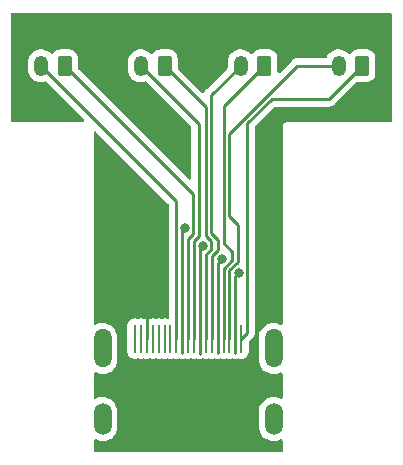
<source format=gbr>
%TF.GenerationSoftware,KiCad,Pcbnew,(6.0.6)*%
%TF.CreationDate,2022-06-22T15:59:20-06:00*%
%TF.ProjectId,21Pin_Fanout_Heater_&_Extra,32315069-6e5f-4466-916e-6f75745f4865,rev?*%
%TF.SameCoordinates,Original*%
%TF.FileFunction,Copper,L1,Top*%
%TF.FilePolarity,Positive*%
%FSLAX46Y46*%
G04 Gerber Fmt 4.6, Leading zero omitted, Abs format (unit mm)*
G04 Created by KiCad (PCBNEW (6.0.6)) date 2022-06-22 15:59:20*
%MOMM*%
%LPD*%
G01*
G04 APERTURE LIST*
G04 Aperture macros list*
%AMRoundRect*
0 Rectangle with rounded corners*
0 $1 Rounding radius*
0 $2 $3 $4 $5 $6 $7 $8 $9 X,Y pos of 4 corners*
0 Add a 4 corners polygon primitive as box body*
4,1,4,$2,$3,$4,$5,$6,$7,$8,$9,$2,$3,0*
0 Add four circle primitives for the rounded corners*
1,1,$1+$1,$2,$3*
1,1,$1+$1,$4,$5*
1,1,$1+$1,$6,$7*
1,1,$1+$1,$8,$9*
0 Add four rect primitives between the rounded corners*
20,1,$1+$1,$2,$3,$4,$5,0*
20,1,$1+$1,$4,$5,$6,$7,0*
20,1,$1+$1,$6,$7,$8,$9,0*
20,1,$1+$1,$8,$9,$2,$3,0*%
G04 Aperture macros list end*
%TA.AperFunction,ComponentPad*%
%ADD10RoundRect,0.250000X0.350000X0.625000X-0.350000X0.625000X-0.350000X-0.625000X0.350000X-0.625000X0*%
%TD*%
%TA.AperFunction,ComponentPad*%
%ADD11O,1.200000X1.750000*%
%TD*%
%TA.AperFunction,SMDPad,CuDef*%
%ADD12O,0.250000X2.400000*%
%TD*%
%TA.AperFunction,ComponentPad*%
%ADD13O,1.500000X2.700000*%
%TD*%
%TA.AperFunction,ComponentPad*%
%ADD14O,1.500000X3.300000*%
%TD*%
%TA.AperFunction,ViaPad*%
%ADD15C,0.800000*%
%TD*%
%TA.AperFunction,Conductor*%
%ADD16C,0.250000*%
%TD*%
G04 APERTURE END LIST*
D10*
%TO.P,J3,1,Pin_1*%
%TO.N,Net-(J1-Pad10)*%
X-10450000Y26500000D03*
D11*
%TO.P,J3,2,Pin_2*%
%TO.N,Net-(J1-Pad12)*%
X-12450000Y26500000D03*
%TD*%
D10*
%TO.P,J2,1,Pin_1*%
%TO.N,Net-(J1-Pad7)*%
X-2000000Y26500000D03*
D11*
%TO.P,J2,2,Pin_2*%
%TO.N,Net-(J1-Pad9)*%
X-4000000Y26500000D03*
%TD*%
D10*
%TO.P,J4,1,Pin_1*%
%TO.N,Net-(J1-Pad1)*%
X14750000Y26500000D03*
D11*
%TO.P,J4,2,Pin_2*%
%TO.N,Net-(J1-Pad3)*%
X12750000Y26500000D03*
%TD*%
D10*
%TO.P,J5,1,Pin_1*%
%TO.N,Net-(J1-Pad4)*%
X6450000Y26500000D03*
D11*
%TO.P,J5,2,Pin_2*%
%TO.N,Net-(J1-Pad6)*%
X4450000Y26500000D03*
%TD*%
D12*
%TO.P,J1,1,D2+*%
%TO.N,Net-(J1-Pad1)*%
X4501000Y3396000D03*
%TO.P,J1,2,D2S*%
%TO.N,GND*%
X4001000Y3396000D03*
%TO.P,J1,3,D2-*%
%TO.N,Net-(J1-Pad3)*%
X3501000Y3396000D03*
%TO.P,J1,4,D1+*%
%TO.N,Net-(J1-Pad4)*%
X3001000Y3396000D03*
%TO.P,J1,5,D1S*%
%TO.N,GND*%
X2500000Y3396000D03*
%TO.P,J1,6,D1-*%
%TO.N,Net-(J1-Pad6)*%
X2000000Y3396000D03*
%TO.P,J1,7,D0+*%
%TO.N,Net-(J1-Pad7)*%
X1500000Y3396000D03*
%TO.P,J1,8,D0S*%
%TO.N,GND*%
X1000000Y3396000D03*
%TO.P,J1,9,D0-*%
%TO.N,Net-(J1-Pad9)*%
X500000Y3396000D03*
%TO.P,J1,10,CK+*%
%TO.N,Net-(J1-Pad10)*%
X0Y3396000D03*
%TO.P,J1,11,CKS*%
%TO.N,GND*%
X-500000Y3396000D03*
%TO.P,J1,12,CK-*%
%TO.N,Net-(J1-Pad12)*%
X-1000000Y3396000D03*
%TO.P,J1,13,CEC*%
%TO.N,unconnected-(J1-Pad13)*%
X-1500000Y3396000D03*
%TO.P,J1,14,UTILITY*%
%TO.N,unconnected-(J1-Pad14)*%
X-2000000Y3396000D03*
%TO.P,J1,15,SCL*%
%TO.N,unconnected-(J1-Pad15)*%
X-2500000Y3396000D03*
%TO.P,J1,16,SDA*%
%TO.N,unconnected-(J1-Pad16)*%
X-3001000Y3396000D03*
%TO.P,J1,17,GND*%
%TO.N,GND*%
X-3501000Y3396000D03*
%TO.P,J1,18,+5V*%
%TO.N,unconnected-(J1-Pad18)*%
X-4001000Y3396000D03*
%TO.P,J1,19,HPD*%
%TO.N,unconnected-(J1-Pad19)*%
X-4501000Y3396000D03*
D13*
%TO.P,J1,20*%
%TO.N,N/C*%
X7250000Y-3396000D03*
%TO.P,J1,21*%
X-7250000Y-3396000D03*
D14*
%TO.P,J1,22*%
X7250000Y2564000D03*
%TO.P,J1,23*%
X-7250000Y2564000D03*
%TD*%
D15*
%TO.N,GND*%
X2829715Y10170285D03*
X-3500000Y6000000D03*
X4284930Y8940570D03*
X1224500Y11250000D03*
X-275500Y12750000D03*
%TD*%
D16*
%TO.N,Net-(J1-Pad1)*%
X5009441Y21623723D02*
X7067859Y23682141D01*
X5009441Y3904441D02*
X5009441Y21623723D01*
X4501000Y3396000D02*
X5009441Y3904441D01*
X7067859Y23682141D02*
X11932141Y23682141D01*
X11932141Y23682141D02*
X14750000Y26500000D01*
%TO.N,GND*%
X1000000Y11025500D02*
X1224500Y11250000D01*
X-3501000Y5999000D02*
X-3500000Y6000000D01*
X1000000Y3396000D02*
X1000000Y11025500D01*
X4001000Y8656640D02*
X4284930Y8940570D01*
X2500000Y9840570D02*
X2829715Y10170285D01*
X-500000Y2185283D02*
X-500000Y3396000D01*
X-500000Y12525500D02*
X-275500Y12750000D01*
X4001000Y3396000D02*
X4001000Y8656640D01*
X4001000Y2185283D02*
X4001000Y3396000D01*
X1000000Y2134803D02*
X1000000Y3396000D01*
X-500000Y3396000D02*
X-500000Y12525500D01*
X-3501000Y3396000D02*
X-3501000Y5999000D01*
X2500000Y2185283D02*
X2500000Y3396000D01*
X2500000Y3396000D02*
X2500000Y9840570D01*
%TO.N,Net-(J1-Pad3)*%
X4199520Y9879758D02*
X4199520Y13050480D01*
X3500000Y13750000D02*
X3500000Y20750000D01*
X3501000Y9181238D02*
X4199520Y9879758D01*
X3500000Y20750000D02*
X9250000Y26500000D01*
X9250000Y26500000D02*
X12750000Y26500000D01*
X4199520Y13050480D02*
X3500000Y13750000D01*
X3501000Y3396000D02*
X3501000Y9181238D01*
%TO.N,Net-(J1-Pad4)*%
X3000000Y23050000D02*
X6450000Y26500000D01*
X3000000Y11500000D02*
X3000000Y23050000D01*
X3750000Y10065956D02*
X3750000Y10750000D01*
X3001000Y3396000D02*
X3001000Y9316956D01*
X3750000Y10750000D02*
X3000000Y11500000D01*
X3001000Y9316956D02*
X3750000Y10065956D01*
%TO.N,Net-(J1-Pad6)*%
X2000000Y10365168D02*
X2500000Y10865168D01*
X1949520Y12300480D02*
X1949520Y23999520D01*
X1949520Y23999520D02*
X4450000Y26500000D01*
X2500000Y11750000D02*
X1949520Y12300480D01*
X2500000Y10865168D02*
X2500000Y11750000D01*
X2000000Y3396000D02*
X2000000Y10365168D01*
%TO.N,Net-(J1-Pad7)*%
X1500000Y10500886D02*
X1500000Y3396000D01*
X-2000000Y26500000D02*
X1500000Y23000000D01*
X1949011Y10949897D02*
X1500000Y10500886D01*
X1500000Y12098051D02*
X1949011Y11649040D01*
X1949011Y11649040D02*
X1949011Y10949897D01*
X1500000Y23000000D02*
X1500000Y12098051D01*
%TO.N,Net-(J1-Pad9)*%
X500000Y3396000D02*
X500000Y11664762D01*
X898531Y12063293D02*
X898531Y21601469D01*
X898531Y21601469D02*
X-4000000Y26500000D01*
X500000Y11664762D02*
X898531Y12063293D01*
%TO.N,Net-(J1-Pad10)*%
X0Y11800480D02*
X0Y3396000D01*
X449011Y12249491D02*
X0Y11800480D01*
X449011Y15600989D02*
X449011Y12249491D01*
X-10450000Y26500000D02*
X449011Y15600989D01*
%TO.N,Net-(J1-Pad12)*%
X-1000000Y3396000D02*
X-1000000Y15050000D01*
X-12450000Y26500000D02*
X-1000000Y15050000D01*
%TD*%
%TA.AperFunction,Conductor*%
%TO.N,GND*%
G36*
X17183621Y30971498D02*
G01*
X17230114Y30917842D01*
X17241500Y30865500D01*
X17241500Y21884500D01*
X17221498Y21816379D01*
X17167842Y21769886D01*
X17115500Y21758500D01*
X8508623Y21758500D01*
X8507853Y21758502D01*
X8507037Y21758507D01*
X8430279Y21758976D01*
X8407918Y21752585D01*
X8401847Y21750850D01*
X8385085Y21747272D01*
X8355813Y21743080D01*
X8347645Y21739366D01*
X8347644Y21739366D01*
X8332438Y21732452D01*
X8314914Y21726004D01*
X8290229Y21718949D01*
X8282635Y21714157D01*
X8282632Y21714156D01*
X8265220Y21703170D01*
X8250137Y21695031D01*
X8223218Y21682792D01*
X8216416Y21676931D01*
X8203765Y21666030D01*
X8188761Y21654927D01*
X8167042Y21641224D01*
X8161103Y21634499D01*
X8161099Y21634496D01*
X8147468Y21619062D01*
X8135276Y21607018D01*
X8119673Y21593573D01*
X8119671Y21593570D01*
X8112873Y21587713D01*
X8107993Y21580184D01*
X8107992Y21580183D01*
X8098906Y21566165D01*
X8087615Y21551291D01*
X8076569Y21538783D01*
X8070622Y21532049D01*
X8058058Y21505289D01*
X8049737Y21490309D01*
X8038529Y21473017D01*
X8038527Y21473012D01*
X8033648Y21465485D01*
X8031078Y21456892D01*
X8031076Y21456887D01*
X8026289Y21440880D01*
X8019628Y21423436D01*
X8008719Y21400200D01*
X8007338Y21391333D01*
X8007338Y21391332D01*
X8004170Y21370985D01*
X8000387Y21354268D01*
X7994485Y21334534D01*
X7994484Y21334528D01*
X7991914Y21325934D01*
X7991859Y21316963D01*
X7991859Y21316962D01*
X7991704Y21291503D01*
X7991671Y21290711D01*
X7991500Y21289614D01*
X7991500Y21258623D01*
X7991498Y21257853D01*
X7991024Y21180279D01*
X7991408Y21178935D01*
X7991500Y21177590D01*
X7991500Y4705927D01*
X7971498Y4637806D01*
X7917842Y4591313D01*
X7847568Y4581209D01*
X7814855Y4590554D01*
X7658180Y4659330D01*
X7658167Y4659335D01*
X7653033Y4661588D01*
X7647582Y4662897D01*
X7647578Y4662898D01*
X7440046Y4712722D01*
X7440045Y4712722D01*
X7434589Y4714032D01*
X7350525Y4718879D01*
X7215917Y4726640D01*
X7215914Y4726640D01*
X7210310Y4726963D01*
X6987285Y4699975D01*
X6772565Y4633918D01*
X6767585Y4631348D01*
X6767581Y4631346D01*
X6626850Y4558709D01*
X6572936Y4530882D01*
X6394708Y4394123D01*
X6243515Y4227964D01*
X6124136Y4037656D01*
X6040344Y3829217D01*
X5994787Y3609233D01*
X5991500Y3552225D01*
X5991500Y1607001D01*
X5991749Y1604214D01*
X5991749Y1604208D01*
X5998009Y1534071D01*
X6006383Y1440238D01*
X6065663Y1223549D01*
X6162378Y1020782D01*
X6293471Y838346D01*
X6454799Y682008D01*
X6641262Y556710D01*
X6846967Y466412D01*
X6852418Y465103D01*
X6852422Y465102D01*
X7025503Y423549D01*
X7065411Y413968D01*
X7149475Y409121D01*
X7284083Y401360D01*
X7284086Y401360D01*
X7289690Y401037D01*
X7512715Y428025D01*
X7727435Y494082D01*
X7732415Y496652D01*
X7732419Y496654D01*
X7807710Y535515D01*
X7877417Y548984D01*
X7943341Y522629D01*
X7984550Y464816D01*
X7991500Y423549D01*
X7991500Y-1554073D01*
X7971498Y-1622194D01*
X7917842Y-1668687D01*
X7847568Y-1678791D01*
X7814855Y-1669446D01*
X7658180Y-1600670D01*
X7658167Y-1600665D01*
X7653033Y-1598412D01*
X7647582Y-1597103D01*
X7647578Y-1597102D01*
X7440046Y-1547278D01*
X7440045Y-1547278D01*
X7434589Y-1545968D01*
X7350525Y-1541121D01*
X7215917Y-1533360D01*
X7215914Y-1533360D01*
X7210310Y-1533037D01*
X6987285Y-1560025D01*
X6772565Y-1626082D01*
X6767585Y-1628652D01*
X6767581Y-1628654D01*
X6577919Y-1726546D01*
X6572936Y-1729118D01*
X6394708Y-1865877D01*
X6243515Y-2032036D01*
X6124136Y-2222344D01*
X6040344Y-2430783D01*
X5994787Y-2650767D01*
X5991500Y-2707775D01*
X5991500Y-4052999D01*
X5991749Y-4055786D01*
X5991749Y-4055792D01*
X5998009Y-4125929D01*
X6006383Y-4219762D01*
X6065663Y-4436451D01*
X6162378Y-4639218D01*
X6293471Y-4821654D01*
X6454799Y-4977992D01*
X6641262Y-5103290D01*
X6846967Y-5193588D01*
X6852418Y-5194897D01*
X6852422Y-5194898D01*
X7025503Y-5236451D01*
X7065411Y-5246032D01*
X7149475Y-5250879D01*
X7284083Y-5258640D01*
X7284086Y-5258640D01*
X7289690Y-5258963D01*
X7512715Y-5231975D01*
X7727435Y-5165918D01*
X7732415Y-5163348D01*
X7732419Y-5163346D01*
X7807710Y-5124485D01*
X7877417Y-5111016D01*
X7943341Y-5137371D01*
X7984550Y-5195184D01*
X7991500Y-5236451D01*
X7991500Y-6115500D01*
X7971498Y-6183621D01*
X7917842Y-6230114D01*
X7865500Y-6241500D01*
X-7865500Y-6241500D01*
X-7933621Y-6221498D01*
X-7980114Y-6167842D01*
X-7991500Y-6115500D01*
X-7991500Y-5237927D01*
X-7971498Y-5169806D01*
X-7917842Y-5123313D01*
X-7847568Y-5113209D01*
X-7814855Y-5122554D01*
X-7658180Y-5191330D01*
X-7658167Y-5191335D01*
X-7653033Y-5193588D01*
X-7647582Y-5194897D01*
X-7647578Y-5194898D01*
X-7474497Y-5236451D01*
X-7434589Y-5246032D01*
X-7350525Y-5250879D01*
X-7215917Y-5258640D01*
X-7215914Y-5258640D01*
X-7210310Y-5258963D01*
X-6987285Y-5231975D01*
X-6772565Y-5165918D01*
X-6767585Y-5163348D01*
X-6767581Y-5163346D01*
X-6577919Y-5065454D01*
X-6577918Y-5065454D01*
X-6572936Y-5062882D01*
X-6394708Y-4926123D01*
X-6243515Y-4759964D01*
X-6124136Y-4569656D01*
X-6040344Y-4361217D01*
X-5994787Y-4141233D01*
X-5991500Y-4084225D01*
X-5991500Y-2739001D01*
X-5994449Y-2705952D01*
X-6005884Y-2577833D01*
X-6006383Y-2572238D01*
X-6065663Y-2355549D01*
X-6162378Y-2152782D01*
X-6293471Y-1970346D01*
X-6454799Y-1814008D01*
X-6641262Y-1688710D01*
X-6846967Y-1598412D01*
X-6852418Y-1597103D01*
X-6852422Y-1597102D01*
X-7059954Y-1547278D01*
X-7059955Y-1547278D01*
X-7065411Y-1545968D01*
X-7149475Y-1541121D01*
X-7284083Y-1533360D01*
X-7284086Y-1533360D01*
X-7289690Y-1533037D01*
X-7512715Y-1560025D01*
X-7727435Y-1626082D01*
X-7732415Y-1628652D01*
X-7732419Y-1628654D01*
X-7807710Y-1667515D01*
X-7877417Y-1680984D01*
X-7943341Y-1654629D01*
X-7984550Y-1596816D01*
X-7991500Y-1555549D01*
X-7991500Y422073D01*
X-7971498Y490194D01*
X-7917842Y536687D01*
X-7847568Y546791D01*
X-7814855Y537446D01*
X-7658180Y468670D01*
X-7658167Y468665D01*
X-7653033Y466412D01*
X-7647582Y465103D01*
X-7647578Y465102D01*
X-7474497Y423549D01*
X-7434589Y413968D01*
X-7350525Y409121D01*
X-7215917Y401360D01*
X-7215914Y401360D01*
X-7210310Y401037D01*
X-6987285Y428025D01*
X-6772565Y494082D01*
X-6767585Y496652D01*
X-6767581Y496654D01*
X-6577919Y594546D01*
X-6577918Y594546D01*
X-6572936Y597118D01*
X-6394708Y733877D01*
X-6243515Y900036D01*
X-6124136Y1090344D01*
X-6040344Y1298783D01*
X-5994787Y1518767D01*
X-5991500Y1575775D01*
X-5991500Y3520999D01*
X-5994449Y3554048D01*
X-6005884Y3682167D01*
X-6006383Y3687762D01*
X-6014934Y3719022D01*
X-6045081Y3829217D01*
X-6065663Y3904451D01*
X-6162378Y4107218D01*
X-6293471Y4289654D01*
X-6454799Y4445992D01*
X-6641262Y4571290D01*
X-6846967Y4661588D01*
X-6852418Y4662897D01*
X-6852422Y4662898D01*
X-7059954Y4712722D01*
X-7059955Y4712722D01*
X-7065411Y4714032D01*
X-7149475Y4718879D01*
X-7284083Y4726640D01*
X-7284086Y4726640D01*
X-7289690Y4726963D01*
X-7512715Y4699975D01*
X-7727435Y4633918D01*
X-7732415Y4631348D01*
X-7732419Y4631346D01*
X-7807710Y4592485D01*
X-7877417Y4579016D01*
X-7943341Y4605371D01*
X-7984550Y4663184D01*
X-7991500Y4704451D01*
X-7991500Y20841406D01*
X-7971498Y20909527D01*
X-7917842Y20956020D01*
X-7847568Y20966124D01*
X-7782988Y20936630D01*
X-7776405Y20930501D01*
X-1670405Y14824501D01*
X-1636379Y14762189D01*
X-1633500Y14735406D01*
X-1633500Y5195692D01*
X-1653502Y5127571D01*
X-1707158Y5081078D01*
X-1777432Y5070974D01*
X-1796644Y5075442D01*
X-1802682Y5078283D01*
X-1810470Y5079769D01*
X-1810471Y5079769D01*
X-1952121Y5106790D01*
X-1952122Y5106790D01*
X-1959906Y5108275D01*
X-2048400Y5102708D01*
X-2111738Y5098723D01*
X-2111740Y5098723D01*
X-2119650Y5098225D01*
X-2127186Y5095776D01*
X-2127188Y5095776D01*
X-2128711Y5095281D01*
X-2200291Y5072023D01*
X-2205545Y5070316D01*
X-2276512Y5068288D01*
X-2288184Y5072528D01*
X-2295512Y5074909D01*
X-2302682Y5078283D01*
X-2310465Y5079768D01*
X-2310466Y5079768D01*
X-2452121Y5106790D01*
X-2452122Y5106790D01*
X-2459906Y5108275D01*
X-2548400Y5102708D01*
X-2611738Y5098723D01*
X-2611740Y5098723D01*
X-2619650Y5098225D01*
X-2627186Y5095776D01*
X-2627188Y5095776D01*
X-2706137Y5070124D01*
X-2777105Y5068097D01*
X-2790313Y5072895D01*
X-2796511Y5074908D01*
X-2803682Y5078283D01*
X-2935305Y5103391D01*
X-2953121Y5106790D01*
X-2953122Y5106790D01*
X-2960906Y5108275D01*
X-3049400Y5102708D01*
X-3112738Y5098723D01*
X-3112740Y5098723D01*
X-3120650Y5098225D01*
X-3207241Y5070090D01*
X-3278206Y5068062D01*
X-3289110Y5072023D01*
X-3289124Y5071979D01*
X-3311622Y5079289D01*
X-3453152Y5106287D01*
X-3468849Y5107274D01*
X-3612643Y5098228D01*
X-3628093Y5095281D01*
X-3705884Y5070005D01*
X-3776852Y5067978D01*
X-3791038Y5073130D01*
X-3796508Y5074907D01*
X-3803682Y5078283D01*
X-3935305Y5103391D01*
X-3953121Y5106790D01*
X-3953122Y5106790D01*
X-3960906Y5108275D01*
X-4049400Y5102708D01*
X-4112738Y5098723D01*
X-4112740Y5098723D01*
X-4120650Y5098225D01*
X-4128186Y5095776D01*
X-4128188Y5095776D01*
X-4129711Y5095281D01*
X-4201291Y5072023D01*
X-4206545Y5070316D01*
X-4277512Y5068288D01*
X-4289184Y5072528D01*
X-4296512Y5074909D01*
X-4303682Y5078283D01*
X-4311465Y5079768D01*
X-4311466Y5079768D01*
X-4453121Y5106790D01*
X-4453122Y5106790D01*
X-4460906Y5108275D01*
X-4549400Y5102708D01*
X-4612738Y5098723D01*
X-4612740Y5098723D01*
X-4620650Y5098225D01*
X-4628186Y5095776D01*
X-4628188Y5095776D01*
X-4765333Y5051215D01*
X-4765336Y5051214D01*
X-4772875Y5048764D01*
X-4908018Y4963000D01*
X-5017586Y4846321D01*
X-5094695Y4706060D01*
X-5134500Y4551030D01*
X-5134500Y2281144D01*
X-5119474Y2162203D01*
X-5060552Y2013383D01*
X-4966472Y1883893D01*
X-4843144Y1781867D01*
X-4835977Y1778494D01*
X-4835973Y1778492D01*
X-4773879Y1749274D01*
X-4698318Y1713717D01*
X-4593778Y1693775D01*
X-4551515Y1685713D01*
X-4541094Y1683725D01*
X-4452600Y1689292D01*
X-4389262Y1693277D01*
X-4389260Y1693277D01*
X-4381350Y1693775D01*
X-4373814Y1696224D01*
X-4373812Y1696224D01*
X-4305248Y1718502D01*
X-4295455Y1721684D01*
X-4224488Y1723712D01*
X-4212816Y1719472D01*
X-4205488Y1717091D01*
X-4198318Y1713717D01*
X-4190535Y1712232D01*
X-4190534Y1712232D01*
X-4048879Y1685210D01*
X-4041094Y1683725D01*
X-3952600Y1689292D01*
X-3889262Y1693277D01*
X-3889260Y1693277D01*
X-3881350Y1693775D01*
X-3794759Y1721910D01*
X-3723794Y1723938D01*
X-3712890Y1719977D01*
X-3712876Y1720021D01*
X-3690378Y1712711D01*
X-3548848Y1685713D01*
X-3533151Y1684726D01*
X-3389357Y1693772D01*
X-3373907Y1696719D01*
X-3296116Y1721995D01*
X-3225148Y1724022D01*
X-3210962Y1718870D01*
X-3205492Y1717093D01*
X-3198318Y1713717D01*
X-3093778Y1693775D01*
X-3051515Y1685713D01*
X-3041094Y1683725D01*
X-2952600Y1689292D01*
X-2889262Y1693277D01*
X-2889260Y1693277D01*
X-2881350Y1693775D01*
X-2873814Y1696224D01*
X-2873812Y1696224D01*
X-2794863Y1721876D01*
X-2723895Y1723903D01*
X-2710687Y1719105D01*
X-2704489Y1717092D01*
X-2697318Y1713717D01*
X-2592778Y1693775D01*
X-2550515Y1685713D01*
X-2540094Y1683725D01*
X-2451600Y1689292D01*
X-2388262Y1693277D01*
X-2388260Y1693277D01*
X-2380350Y1693775D01*
X-2372814Y1696224D01*
X-2372812Y1696224D01*
X-2304248Y1718502D01*
X-2294455Y1721684D01*
X-2223488Y1723712D01*
X-2211816Y1719472D01*
X-2204488Y1717091D01*
X-2197318Y1713717D01*
X-2189535Y1712232D01*
X-2189534Y1712232D01*
X-2047879Y1685210D01*
X-2040094Y1683725D01*
X-1951600Y1689292D01*
X-1888262Y1693277D01*
X-1888260Y1693277D01*
X-1880350Y1693775D01*
X-1872814Y1696224D01*
X-1872812Y1696224D01*
X-1804248Y1718502D01*
X-1794455Y1721684D01*
X-1723488Y1723712D01*
X-1711816Y1719472D01*
X-1704488Y1717091D01*
X-1697318Y1713717D01*
X-1689535Y1712232D01*
X-1689534Y1712232D01*
X-1547879Y1685210D01*
X-1540094Y1683725D01*
X-1451600Y1689292D01*
X-1388262Y1693277D01*
X-1388260Y1693277D01*
X-1380350Y1693775D01*
X-1372814Y1696224D01*
X-1372812Y1696224D01*
X-1304248Y1718502D01*
X-1294455Y1721684D01*
X-1223488Y1723712D01*
X-1211816Y1719472D01*
X-1204488Y1717091D01*
X-1197318Y1713717D01*
X-1189535Y1712232D01*
X-1189534Y1712232D01*
X-1047879Y1685210D01*
X-1040094Y1683725D01*
X-951600Y1689292D01*
X-888262Y1693277D01*
X-888260Y1693277D01*
X-880350Y1693775D01*
X-793759Y1721910D01*
X-722794Y1723938D01*
X-711890Y1719977D01*
X-711876Y1720021D01*
X-689378Y1712711D01*
X-547848Y1685713D01*
X-532151Y1684726D01*
X-388357Y1693772D01*
X-372907Y1696719D01*
X-295116Y1721995D01*
X-224148Y1724022D01*
X-209962Y1718870D01*
X-204492Y1717093D01*
X-197318Y1713717D01*
X-92778Y1693775D01*
X-50515Y1685713D01*
X-40094Y1683725D01*
X48400Y1689292D01*
X111738Y1693277D01*
X111740Y1693277D01*
X119650Y1693775D01*
X127186Y1696224D01*
X127188Y1696224D01*
X195752Y1718502D01*
X205545Y1721684D01*
X276512Y1723712D01*
X288184Y1719472D01*
X295512Y1717091D01*
X302682Y1713717D01*
X310465Y1712232D01*
X310466Y1712232D01*
X452121Y1685210D01*
X459906Y1683725D01*
X548400Y1689292D01*
X611738Y1693277D01*
X611740Y1693277D01*
X619650Y1693775D01*
X706241Y1721910D01*
X777206Y1723938D01*
X788110Y1719977D01*
X788124Y1720021D01*
X810622Y1712711D01*
X952152Y1685713D01*
X967849Y1684726D01*
X1111643Y1693772D01*
X1127093Y1696719D01*
X1204884Y1721995D01*
X1275852Y1724022D01*
X1290038Y1718870D01*
X1295508Y1717093D01*
X1302682Y1713717D01*
X1407222Y1693775D01*
X1449485Y1685713D01*
X1459906Y1683725D01*
X1548400Y1689292D01*
X1611738Y1693277D01*
X1611740Y1693277D01*
X1619650Y1693775D01*
X1627186Y1696224D01*
X1627188Y1696224D01*
X1695752Y1718502D01*
X1705545Y1721684D01*
X1776512Y1723712D01*
X1788184Y1719472D01*
X1795512Y1717091D01*
X1802682Y1713717D01*
X1810465Y1712232D01*
X1810466Y1712232D01*
X1952121Y1685210D01*
X1959906Y1683725D01*
X2048400Y1689292D01*
X2111738Y1693277D01*
X2111740Y1693277D01*
X2119650Y1693775D01*
X2206241Y1721910D01*
X2277206Y1723938D01*
X2288110Y1719977D01*
X2288124Y1720021D01*
X2310622Y1712711D01*
X2452152Y1685713D01*
X2467849Y1684726D01*
X2611643Y1693772D01*
X2627093Y1696719D01*
X2705476Y1722187D01*
X2776444Y1724214D01*
X2792172Y1718502D01*
X2796506Y1717094D01*
X2803682Y1713717D01*
X2908222Y1693775D01*
X2950485Y1685713D01*
X2960906Y1683725D01*
X3049400Y1689292D01*
X3112738Y1693277D01*
X3112740Y1693277D01*
X3120650Y1693775D01*
X3128186Y1696224D01*
X3128188Y1696224D01*
X3196752Y1718502D01*
X3206545Y1721684D01*
X3277512Y1723712D01*
X3289184Y1719472D01*
X3296512Y1717091D01*
X3303682Y1713717D01*
X3311465Y1712232D01*
X3311466Y1712232D01*
X3453121Y1685210D01*
X3460906Y1683725D01*
X3549400Y1689292D01*
X3612738Y1693277D01*
X3612740Y1693277D01*
X3620650Y1693775D01*
X3707241Y1721910D01*
X3778206Y1723938D01*
X3789110Y1719977D01*
X3789124Y1720021D01*
X3811622Y1712711D01*
X3953152Y1685713D01*
X3968849Y1684726D01*
X4112643Y1693772D01*
X4128093Y1696719D01*
X4205884Y1721995D01*
X4276852Y1724022D01*
X4291038Y1718870D01*
X4296508Y1717093D01*
X4303682Y1713717D01*
X4408222Y1693775D01*
X4450485Y1685713D01*
X4460906Y1683725D01*
X4549400Y1689292D01*
X4612738Y1693277D01*
X4612740Y1693277D01*
X4620650Y1693775D01*
X4628186Y1696224D01*
X4628188Y1696224D01*
X4765333Y1740785D01*
X4765336Y1740786D01*
X4772875Y1743236D01*
X4908018Y1829000D01*
X5017586Y1945679D01*
X5094695Y2085940D01*
X5134500Y2240970D01*
X5134500Y3081406D01*
X5154502Y3149527D01*
X5171405Y3170501D01*
X5401688Y3400784D01*
X5409978Y3408328D01*
X5416459Y3412441D01*
X5463100Y3462109D01*
X5465854Y3464950D01*
X5485575Y3484671D01*
X5488053Y3487866D01*
X5495759Y3496888D01*
X5498216Y3499504D01*
X5526027Y3529120D01*
X5535787Y3546873D01*
X5546640Y3563396D01*
X5554194Y3573135D01*
X5559054Y3579400D01*
X5576617Y3619984D01*
X5581824Y3630614D01*
X5603136Y3669381D01*
X5605107Y3677058D01*
X5605109Y3677063D01*
X5608173Y3688999D01*
X5614579Y3707711D01*
X5619474Y3719022D01*
X5622622Y3726296D01*
X5623862Y3734124D01*
X5623864Y3734131D01*
X5629540Y3769965D01*
X5631946Y3781585D01*
X5640969Y3816730D01*
X5640969Y3816731D01*
X5642941Y3824411D01*
X5642941Y3844665D01*
X5644492Y3864376D01*
X5646421Y3876555D01*
X5647661Y3884384D01*
X5643500Y3928403D01*
X5642941Y3940260D01*
X5642941Y21309129D01*
X5662943Y21377250D01*
X5679846Y21398224D01*
X7293358Y23011736D01*
X7355670Y23045762D01*
X7382453Y23048641D01*
X11853374Y23048641D01*
X11864557Y23048114D01*
X11872050Y23046439D01*
X11879976Y23046688D01*
X11879977Y23046688D01*
X11940127Y23048579D01*
X11944086Y23048641D01*
X11971997Y23048641D01*
X11975932Y23049138D01*
X11975997Y23049146D01*
X11987834Y23050079D01*
X12020092Y23051093D01*
X12024111Y23051219D01*
X12032030Y23051468D01*
X12051484Y23057120D01*
X12070841Y23061128D01*
X12083071Y23062673D01*
X12083072Y23062673D01*
X12090938Y23063667D01*
X12098309Y23066586D01*
X12098311Y23066586D01*
X12132053Y23079945D01*
X12143283Y23083790D01*
X12178124Y23093912D01*
X12178125Y23093912D01*
X12185734Y23096123D01*
X12192553Y23100156D01*
X12192558Y23100158D01*
X12203169Y23106434D01*
X12220917Y23115129D01*
X12239758Y23122589D01*
X12275528Y23148577D01*
X12285448Y23155093D01*
X12316676Y23173561D01*
X12316679Y23173563D01*
X12323503Y23177599D01*
X12337824Y23191920D01*
X12352858Y23204761D01*
X12362835Y23212010D01*
X12369248Y23216669D01*
X12397439Y23250746D01*
X12405429Y23259525D01*
X14228154Y25082250D01*
X14290466Y25116276D01*
X14330091Y25118499D01*
X14349600Y25116500D01*
X15150400Y25116500D01*
X15153646Y25116837D01*
X15153650Y25116837D01*
X15249308Y25126762D01*
X15249312Y25126763D01*
X15256166Y25127474D01*
X15262702Y25129655D01*
X15262704Y25129655D01*
X15416998Y25181132D01*
X15423946Y25183450D01*
X15574348Y25276522D01*
X15699305Y25401697D01*
X15792115Y25552262D01*
X15847797Y25720139D01*
X15858500Y25824600D01*
X15858500Y27175400D01*
X15847526Y27281166D01*
X15843749Y27292489D01*
X15793868Y27441998D01*
X15791550Y27448946D01*
X15698478Y27599348D01*
X15573303Y27724305D01*
X15470826Y27787473D01*
X15428968Y27813275D01*
X15428966Y27813276D01*
X15422738Y27817115D01*
X15262254Y27870345D01*
X15261389Y27870632D01*
X15261387Y27870632D01*
X15254861Y27872797D01*
X15248025Y27873497D01*
X15248022Y27873498D01*
X15204969Y27877909D01*
X15150400Y27883500D01*
X14349600Y27883500D01*
X14346354Y27883163D01*
X14346350Y27883163D01*
X14250692Y27873238D01*
X14250688Y27873237D01*
X14243834Y27872526D01*
X14237298Y27870345D01*
X14237296Y27870345D01*
X14114213Y27829281D01*
X14076054Y27816550D01*
X13925652Y27723478D01*
X13800695Y27598303D01*
X13796855Y27592073D01*
X13796854Y27592072D01*
X13768926Y27546764D01*
X13716154Y27499271D01*
X13646082Y27487847D01*
X13580958Y27516121D01*
X13562582Y27535045D01*
X13556396Y27542920D01*
X13551865Y27546852D01*
X13551862Y27546855D01*
X13401167Y27677621D01*
X13396637Y27681552D01*
X13391451Y27684552D01*
X13391447Y27684555D01*
X13218742Y27784467D01*
X13213546Y27787473D01*
X13013729Y27856861D01*
X13007794Y27857722D01*
X13007792Y27857722D01*
X12810336Y27886352D01*
X12810333Y27886352D01*
X12804396Y27887213D01*
X12593101Y27877433D01*
X12461923Y27845819D01*
X12393299Y27829281D01*
X12393297Y27829280D01*
X12387466Y27827875D01*
X12382008Y27825393D01*
X12382004Y27825392D01*
X12266959Y27773084D01*
X12194913Y27740326D01*
X12022389Y27617946D01*
X11876119Y27465150D01*
X11761380Y27287452D01*
X11759137Y27281886D01*
X11731134Y27212402D01*
X11687119Y27156696D01*
X11614268Y27133500D01*
X9328767Y27133500D01*
X9317584Y27134027D01*
X9310091Y27135702D01*
X9302165Y27135453D01*
X9302164Y27135453D01*
X9242014Y27133562D01*
X9238055Y27133500D01*
X9210144Y27133500D01*
X9206210Y27133003D01*
X9206209Y27133003D01*
X9206144Y27132995D01*
X9194307Y27132062D01*
X9162049Y27131048D01*
X9158030Y27130922D01*
X9150111Y27130673D01*
X9130657Y27125021D01*
X9111300Y27121013D01*
X9099070Y27119468D01*
X9099069Y27119468D01*
X9091203Y27118474D01*
X9083832Y27115555D01*
X9083830Y27115555D01*
X9050088Y27102196D01*
X9038858Y27098351D01*
X9004017Y27088229D01*
X9004016Y27088229D01*
X8996407Y27086018D01*
X8989588Y27081985D01*
X8989583Y27081983D01*
X8978972Y27075707D01*
X8961224Y27067012D01*
X8942383Y27059552D01*
X8935967Y27054890D01*
X8935966Y27054890D01*
X8906613Y27033564D01*
X8896693Y27027048D01*
X8865465Y27008580D01*
X8865462Y27008578D01*
X8858638Y27004542D01*
X8844317Y26990221D01*
X8829284Y26977381D01*
X8812893Y26965472D01*
X8807842Y26959366D01*
X8784702Y26931395D01*
X8776712Y26922616D01*
X7773595Y25919499D01*
X7711283Y25885473D01*
X7640468Y25890538D01*
X7583632Y25933085D01*
X7558821Y25999605D01*
X7558500Y26008594D01*
X7558500Y27175400D01*
X7547526Y27281166D01*
X7543749Y27292489D01*
X7493868Y27441998D01*
X7491550Y27448946D01*
X7398478Y27599348D01*
X7273303Y27724305D01*
X7170826Y27787473D01*
X7128968Y27813275D01*
X7128966Y27813276D01*
X7122738Y27817115D01*
X6962254Y27870345D01*
X6961389Y27870632D01*
X6961387Y27870632D01*
X6954861Y27872797D01*
X6948025Y27873497D01*
X6948022Y27873498D01*
X6904969Y27877909D01*
X6850400Y27883500D01*
X6049600Y27883500D01*
X6046354Y27883163D01*
X6046350Y27883163D01*
X5950692Y27873238D01*
X5950688Y27873237D01*
X5943834Y27872526D01*
X5937298Y27870345D01*
X5937296Y27870345D01*
X5814213Y27829281D01*
X5776054Y27816550D01*
X5625652Y27723478D01*
X5500695Y27598303D01*
X5496855Y27592073D01*
X5496854Y27592072D01*
X5468926Y27546764D01*
X5416154Y27499271D01*
X5346082Y27487847D01*
X5280958Y27516121D01*
X5262582Y27535045D01*
X5256396Y27542920D01*
X5251865Y27546852D01*
X5251862Y27546855D01*
X5101167Y27677621D01*
X5096637Y27681552D01*
X5091451Y27684552D01*
X5091447Y27684555D01*
X4918742Y27784467D01*
X4913546Y27787473D01*
X4713729Y27856861D01*
X4707794Y27857722D01*
X4707792Y27857722D01*
X4510336Y27886352D01*
X4510333Y27886352D01*
X4504396Y27887213D01*
X4293101Y27877433D01*
X4161923Y27845819D01*
X4093299Y27829281D01*
X4093297Y27829280D01*
X4087466Y27827875D01*
X4082008Y27825393D01*
X4082004Y27825392D01*
X3966959Y27773084D01*
X3894913Y27740326D01*
X3722389Y27617946D01*
X3576119Y27465150D01*
X3461380Y27287452D01*
X3459137Y27281886D01*
X3385171Y27098351D01*
X3382314Y27091263D01*
X3341772Y26883663D01*
X3341500Y26878101D01*
X3341500Y26339594D01*
X3321498Y26271473D01*
X3304595Y26250499D01*
X1557267Y24503172D01*
X1548981Y24495632D01*
X1542502Y24491520D01*
X1537077Y24485743D01*
X1495877Y24441869D01*
X1493122Y24439027D01*
X1473385Y24419290D01*
X1470905Y24416093D01*
X1463202Y24407073D01*
X1432934Y24374841D01*
X1429115Y24367895D01*
X1429113Y24367892D01*
X1423172Y24357086D01*
X1412321Y24340567D01*
X1399906Y24324561D01*
X1396761Y24317292D01*
X1396758Y24317288D01*
X1382346Y24283983D01*
X1377124Y24273323D01*
X1367675Y24256135D01*
X1317330Y24206076D01*
X1247913Y24191182D01*
X1181464Y24216182D01*
X1168165Y24227740D01*
X-854595Y26250500D01*
X-888621Y26312812D01*
X-891500Y26339595D01*
X-891500Y27175400D01*
X-902474Y27281166D01*
X-906251Y27292489D01*
X-956132Y27441998D01*
X-958450Y27448946D01*
X-1051522Y27599348D01*
X-1176697Y27724305D01*
X-1279174Y27787473D01*
X-1321032Y27813275D01*
X-1321034Y27813276D01*
X-1327262Y27817115D01*
X-1487746Y27870345D01*
X-1488611Y27870632D01*
X-1488613Y27870632D01*
X-1495139Y27872797D01*
X-1501975Y27873497D01*
X-1501978Y27873498D01*
X-1545031Y27877909D01*
X-1599600Y27883500D01*
X-2400400Y27883500D01*
X-2403646Y27883163D01*
X-2403650Y27883163D01*
X-2499308Y27873238D01*
X-2499312Y27873237D01*
X-2506166Y27872526D01*
X-2512702Y27870345D01*
X-2512704Y27870345D01*
X-2635787Y27829281D01*
X-2673946Y27816550D01*
X-2824348Y27723478D01*
X-2949305Y27598303D01*
X-2953145Y27592073D01*
X-2953146Y27592072D01*
X-2981074Y27546764D01*
X-3033846Y27499271D01*
X-3103918Y27487847D01*
X-3169042Y27516121D01*
X-3187418Y27535045D01*
X-3193604Y27542920D01*
X-3198135Y27546852D01*
X-3198138Y27546855D01*
X-3348833Y27677621D01*
X-3353363Y27681552D01*
X-3358549Y27684552D01*
X-3358553Y27684555D01*
X-3531258Y27784467D01*
X-3536454Y27787473D01*
X-3736271Y27856861D01*
X-3742206Y27857722D01*
X-3742208Y27857722D01*
X-3939664Y27886352D01*
X-3939667Y27886352D01*
X-3945604Y27887213D01*
X-4156899Y27877433D01*
X-4288077Y27845819D01*
X-4356701Y27829281D01*
X-4356703Y27829280D01*
X-4362534Y27827875D01*
X-4367992Y27825393D01*
X-4367996Y27825392D01*
X-4483041Y27773084D01*
X-4555087Y27740326D01*
X-4727611Y27617946D01*
X-4873881Y27465150D01*
X-4988620Y27287452D01*
X-4990863Y27281886D01*
X-5064829Y27098351D01*
X-5067686Y27091263D01*
X-5108228Y26883663D01*
X-5108500Y26878101D01*
X-5108500Y26172154D01*
X-5093452Y26014434D01*
X-5033908Y25811466D01*
X-5031164Y25806139D01*
X-5031164Y25806138D01*
X-4966497Y25680580D01*
X-4937058Y25623420D01*
X-4806396Y25457080D01*
X-4801865Y25453148D01*
X-4801862Y25453145D01*
X-4665198Y25334554D01*
X-4646637Y25318448D01*
X-4641451Y25315448D01*
X-4641447Y25315445D01*
X-4479335Y25221661D01*
X-4463546Y25212527D01*
X-4263729Y25143139D01*
X-4257794Y25142278D01*
X-4257792Y25142278D01*
X-4060336Y25113648D01*
X-4060333Y25113648D01*
X-4054396Y25112787D01*
X-3843101Y25122567D01*
X-3743017Y25146687D01*
X-3650182Y25169060D01*
X-3579271Y25165575D01*
X-3531566Y25135662D01*
X-1651219Y23255314D01*
X228126Y21375969D01*
X262152Y21313657D01*
X265031Y21286874D01*
X265031Y16985064D01*
X245029Y16916943D01*
X191373Y16870450D01*
X121099Y16860346D01*
X56519Y16889840D01*
X49936Y16895969D01*
X-9304595Y26250500D01*
X-9338621Y26312812D01*
X-9341500Y26339595D01*
X-9341500Y27175400D01*
X-9352474Y27281166D01*
X-9356251Y27292489D01*
X-9406132Y27441998D01*
X-9408450Y27448946D01*
X-9501522Y27599348D01*
X-9626697Y27724305D01*
X-9729174Y27787473D01*
X-9771032Y27813275D01*
X-9771034Y27813276D01*
X-9777262Y27817115D01*
X-9937746Y27870345D01*
X-9938611Y27870632D01*
X-9938613Y27870632D01*
X-9945139Y27872797D01*
X-9951975Y27873497D01*
X-9951978Y27873498D01*
X-9995031Y27877909D01*
X-10049600Y27883500D01*
X-10850400Y27883500D01*
X-10853646Y27883163D01*
X-10853650Y27883163D01*
X-10949308Y27873238D01*
X-10949312Y27873237D01*
X-10956166Y27872526D01*
X-10962702Y27870345D01*
X-10962704Y27870345D01*
X-11085787Y27829281D01*
X-11123946Y27816550D01*
X-11274348Y27723478D01*
X-11399305Y27598303D01*
X-11403145Y27592073D01*
X-11403146Y27592072D01*
X-11431074Y27546764D01*
X-11483846Y27499271D01*
X-11553918Y27487847D01*
X-11619042Y27516121D01*
X-11637418Y27535045D01*
X-11643604Y27542920D01*
X-11648135Y27546852D01*
X-11648138Y27546855D01*
X-11798833Y27677621D01*
X-11803363Y27681552D01*
X-11808549Y27684552D01*
X-11808553Y27684555D01*
X-11981258Y27784467D01*
X-11986454Y27787473D01*
X-12186271Y27856861D01*
X-12192206Y27857722D01*
X-12192208Y27857722D01*
X-12389664Y27886352D01*
X-12389667Y27886352D01*
X-12395604Y27887213D01*
X-12606899Y27877433D01*
X-12738077Y27845819D01*
X-12806701Y27829281D01*
X-12806703Y27829280D01*
X-12812534Y27827875D01*
X-12817992Y27825393D01*
X-12817996Y27825392D01*
X-12933041Y27773084D01*
X-13005087Y27740326D01*
X-13177611Y27617946D01*
X-13323881Y27465150D01*
X-13438620Y27287452D01*
X-13440863Y27281886D01*
X-13514829Y27098351D01*
X-13517686Y27091263D01*
X-13558228Y26883663D01*
X-13558500Y26878101D01*
X-13558500Y26172154D01*
X-13543452Y26014434D01*
X-13483908Y25811466D01*
X-13481164Y25806139D01*
X-13481164Y25806138D01*
X-13416497Y25680580D01*
X-13387058Y25623420D01*
X-13256396Y25457080D01*
X-13251865Y25453148D01*
X-13251862Y25453145D01*
X-13115198Y25334554D01*
X-13096637Y25318448D01*
X-13091451Y25315448D01*
X-13091447Y25315445D01*
X-12929335Y25221661D01*
X-12913546Y25212527D01*
X-12713729Y25143139D01*
X-12707794Y25142278D01*
X-12707792Y25142278D01*
X-12510336Y25113648D01*
X-12510333Y25113648D01*
X-12504396Y25112787D01*
X-12293101Y25122567D01*
X-12193017Y25146687D01*
X-12100182Y25169060D01*
X-12029271Y25165575D01*
X-11981566Y25135662D01*
X-8819499Y21973595D01*
X-8785473Y21911283D01*
X-8790538Y21840468D01*
X-8833085Y21783632D01*
X-8899605Y21758821D01*
X-8908594Y21758500D01*
X-14865500Y21758500D01*
X-14933621Y21778502D01*
X-14980114Y21832158D01*
X-14991500Y21884500D01*
X-14991500Y30865500D01*
X-14971498Y30933621D01*
X-14917842Y30980114D01*
X-14865500Y30991500D01*
X17115500Y30991500D01*
X17183621Y30971498D01*
G37*
%TD.AperFunction*%
%TD*%
M02*

</source>
